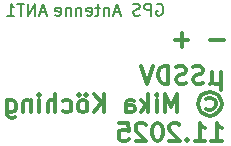
<source format=gbr>
%TF.GenerationSoftware,KiCad,Pcbnew,9.0.6*%
%TF.CreationDate,2025-12-01T19:29:45+01:00*%
%TF.ProjectId,_SSDV,b5535344-562e-46b6-9963-61645f706362,0.1*%
%TF.SameCoordinates,Original*%
%TF.FileFunction,Legend,Bot*%
%TF.FilePolarity,Positive*%
%FSLAX46Y46*%
G04 Gerber Fmt 4.6, Leading zero omitted, Abs format (unit mm)*
G04 Created by KiCad (PCBNEW 9.0.6) date 2025-12-01 19:29:45*
%MOMM*%
%LPD*%
G01*
G04 APERTURE LIST*
%ADD10C,0.300000*%
%ADD11C,0.150000*%
G04 APERTURE END LIST*
D10*
X98304510Y-47520600D02*
X99447368Y-47520600D01*
X98875939Y-46949171D02*
X98875939Y-48092028D01*
X101304510Y-47520600D02*
X102447368Y-47520600D01*
X102195489Y-50220996D02*
X102195489Y-51720996D01*
X101481203Y-51006710D02*
X101409774Y-51149568D01*
X101409774Y-51149568D02*
X101266917Y-51220996D01*
X102195489Y-51006710D02*
X102124060Y-51149568D01*
X102124060Y-51149568D02*
X101981203Y-51220996D01*
X101981203Y-51220996D02*
X101695489Y-51220996D01*
X101695489Y-51220996D02*
X101552632Y-51149568D01*
X101552632Y-51149568D02*
X101481203Y-51006710D01*
X101481203Y-51006710D02*
X101481203Y-50220996D01*
X100695488Y-51149568D02*
X100481203Y-51220996D01*
X100481203Y-51220996D02*
X100124060Y-51220996D01*
X100124060Y-51220996D02*
X99981203Y-51149568D01*
X99981203Y-51149568D02*
X99909774Y-51078139D01*
X99909774Y-51078139D02*
X99838345Y-50935282D01*
X99838345Y-50935282D02*
X99838345Y-50792425D01*
X99838345Y-50792425D02*
X99909774Y-50649568D01*
X99909774Y-50649568D02*
X99981203Y-50578139D01*
X99981203Y-50578139D02*
X100124060Y-50506710D01*
X100124060Y-50506710D02*
X100409774Y-50435282D01*
X100409774Y-50435282D02*
X100552631Y-50363853D01*
X100552631Y-50363853D02*
X100624060Y-50292425D01*
X100624060Y-50292425D02*
X100695488Y-50149568D01*
X100695488Y-50149568D02*
X100695488Y-50006710D01*
X100695488Y-50006710D02*
X100624060Y-49863853D01*
X100624060Y-49863853D02*
X100552631Y-49792425D01*
X100552631Y-49792425D02*
X100409774Y-49720996D01*
X100409774Y-49720996D02*
X100052631Y-49720996D01*
X100052631Y-49720996D02*
X99838345Y-49792425D01*
X99266917Y-51149568D02*
X99052632Y-51220996D01*
X99052632Y-51220996D02*
X98695489Y-51220996D01*
X98695489Y-51220996D02*
X98552632Y-51149568D01*
X98552632Y-51149568D02*
X98481203Y-51078139D01*
X98481203Y-51078139D02*
X98409774Y-50935282D01*
X98409774Y-50935282D02*
X98409774Y-50792425D01*
X98409774Y-50792425D02*
X98481203Y-50649568D01*
X98481203Y-50649568D02*
X98552632Y-50578139D01*
X98552632Y-50578139D02*
X98695489Y-50506710D01*
X98695489Y-50506710D02*
X98981203Y-50435282D01*
X98981203Y-50435282D02*
X99124060Y-50363853D01*
X99124060Y-50363853D02*
X99195489Y-50292425D01*
X99195489Y-50292425D02*
X99266917Y-50149568D01*
X99266917Y-50149568D02*
X99266917Y-50006710D01*
X99266917Y-50006710D02*
X99195489Y-49863853D01*
X99195489Y-49863853D02*
X99124060Y-49792425D01*
X99124060Y-49792425D02*
X98981203Y-49720996D01*
X98981203Y-49720996D02*
X98624060Y-49720996D01*
X98624060Y-49720996D02*
X98409774Y-49792425D01*
X97766918Y-51220996D02*
X97766918Y-49720996D01*
X97766918Y-49720996D02*
X97409775Y-49720996D01*
X97409775Y-49720996D02*
X97195489Y-49792425D01*
X97195489Y-49792425D02*
X97052632Y-49935282D01*
X97052632Y-49935282D02*
X96981203Y-50078139D01*
X96981203Y-50078139D02*
X96909775Y-50363853D01*
X96909775Y-50363853D02*
X96909775Y-50578139D01*
X96909775Y-50578139D02*
X96981203Y-50863853D01*
X96981203Y-50863853D02*
X97052632Y-51006710D01*
X97052632Y-51006710D02*
X97195489Y-51149568D01*
X97195489Y-51149568D02*
X97409775Y-51220996D01*
X97409775Y-51220996D02*
X97766918Y-51220996D01*
X96481203Y-49720996D02*
X95981203Y-51220996D01*
X95981203Y-51220996D02*
X95481203Y-49720996D01*
X100981203Y-52493055D02*
X101124060Y-52421626D01*
X101124060Y-52421626D02*
X101409774Y-52421626D01*
X101409774Y-52421626D02*
X101552632Y-52493055D01*
X101552632Y-52493055D02*
X101695489Y-52635912D01*
X101695489Y-52635912D02*
X101766917Y-52778769D01*
X101766917Y-52778769D02*
X101766917Y-53064484D01*
X101766917Y-53064484D02*
X101695489Y-53207341D01*
X101695489Y-53207341D02*
X101552632Y-53350198D01*
X101552632Y-53350198D02*
X101409774Y-53421626D01*
X101409774Y-53421626D02*
X101124060Y-53421626D01*
X101124060Y-53421626D02*
X100981203Y-53350198D01*
X101266917Y-51921626D02*
X101624060Y-51993055D01*
X101624060Y-51993055D02*
X101981203Y-52207341D01*
X101981203Y-52207341D02*
X102195489Y-52564484D01*
X102195489Y-52564484D02*
X102266917Y-52921626D01*
X102266917Y-52921626D02*
X102195489Y-53278769D01*
X102195489Y-53278769D02*
X101981203Y-53635912D01*
X101981203Y-53635912D02*
X101624060Y-53850198D01*
X101624060Y-53850198D02*
X101266917Y-53921626D01*
X101266917Y-53921626D02*
X100909774Y-53850198D01*
X100909774Y-53850198D02*
X100552632Y-53635912D01*
X100552632Y-53635912D02*
X100338346Y-53278769D01*
X100338346Y-53278769D02*
X100266917Y-52921626D01*
X100266917Y-52921626D02*
X100338346Y-52564484D01*
X100338346Y-52564484D02*
X100552632Y-52207341D01*
X100552632Y-52207341D02*
X100909774Y-51993055D01*
X100909774Y-51993055D02*
X101266917Y-51921626D01*
X98481203Y-53635912D02*
X98481203Y-52135912D01*
X98481203Y-52135912D02*
X97981203Y-53207341D01*
X97981203Y-53207341D02*
X97481203Y-52135912D01*
X97481203Y-52135912D02*
X97481203Y-53635912D01*
X96766917Y-53635912D02*
X96766917Y-52635912D01*
X96766917Y-52135912D02*
X96838345Y-52207341D01*
X96838345Y-52207341D02*
X96766917Y-52278769D01*
X96766917Y-52278769D02*
X96695488Y-52207341D01*
X96695488Y-52207341D02*
X96766917Y-52135912D01*
X96766917Y-52135912D02*
X96766917Y-52278769D01*
X96052631Y-53635912D02*
X96052631Y-52135912D01*
X95909774Y-53064484D02*
X95481202Y-53635912D01*
X95481202Y-52635912D02*
X96052631Y-53207341D01*
X94195488Y-53635912D02*
X94195488Y-52850198D01*
X94195488Y-52850198D02*
X94266916Y-52707341D01*
X94266916Y-52707341D02*
X94409773Y-52635912D01*
X94409773Y-52635912D02*
X94695488Y-52635912D01*
X94695488Y-52635912D02*
X94838345Y-52707341D01*
X94195488Y-53564484D02*
X94338345Y-53635912D01*
X94338345Y-53635912D02*
X94695488Y-53635912D01*
X94695488Y-53635912D02*
X94838345Y-53564484D01*
X94838345Y-53564484D02*
X94909773Y-53421626D01*
X94909773Y-53421626D02*
X94909773Y-53278769D01*
X94909773Y-53278769D02*
X94838345Y-53135912D01*
X94838345Y-53135912D02*
X94695488Y-53064484D01*
X94695488Y-53064484D02*
X94338345Y-53064484D01*
X94338345Y-53064484D02*
X94195488Y-52993055D01*
X92338345Y-53635912D02*
X92338345Y-52135912D01*
X91481202Y-53635912D02*
X92124059Y-52778769D01*
X91481202Y-52135912D02*
X92338345Y-52993055D01*
X90624059Y-53635912D02*
X90766916Y-53564484D01*
X90766916Y-53564484D02*
X90838345Y-53493055D01*
X90838345Y-53493055D02*
X90909773Y-53350198D01*
X90909773Y-53350198D02*
X90909773Y-52921626D01*
X90909773Y-52921626D02*
X90838345Y-52778769D01*
X90838345Y-52778769D02*
X90766916Y-52707341D01*
X90766916Y-52707341D02*
X90624059Y-52635912D01*
X90624059Y-52635912D02*
X90409773Y-52635912D01*
X90409773Y-52635912D02*
X90266916Y-52707341D01*
X90266916Y-52707341D02*
X90195488Y-52778769D01*
X90195488Y-52778769D02*
X90124059Y-52921626D01*
X90124059Y-52921626D02*
X90124059Y-53350198D01*
X90124059Y-53350198D02*
X90195488Y-53493055D01*
X90195488Y-53493055D02*
X90266916Y-53564484D01*
X90266916Y-53564484D02*
X90409773Y-53635912D01*
X90409773Y-53635912D02*
X90624059Y-53635912D01*
X90766916Y-52135912D02*
X90695488Y-52207341D01*
X90695488Y-52207341D02*
X90766916Y-52278769D01*
X90766916Y-52278769D02*
X90838345Y-52207341D01*
X90838345Y-52207341D02*
X90766916Y-52135912D01*
X90766916Y-52135912D02*
X90766916Y-52278769D01*
X90195488Y-52135912D02*
X90124059Y-52207341D01*
X90124059Y-52207341D02*
X90195488Y-52278769D01*
X90195488Y-52278769D02*
X90266916Y-52207341D01*
X90266916Y-52207341D02*
X90195488Y-52135912D01*
X90195488Y-52135912D02*
X90195488Y-52278769D01*
X88838345Y-53564484D02*
X88981202Y-53635912D01*
X88981202Y-53635912D02*
X89266916Y-53635912D01*
X89266916Y-53635912D02*
X89409773Y-53564484D01*
X89409773Y-53564484D02*
X89481202Y-53493055D01*
X89481202Y-53493055D02*
X89552630Y-53350198D01*
X89552630Y-53350198D02*
X89552630Y-52921626D01*
X89552630Y-52921626D02*
X89481202Y-52778769D01*
X89481202Y-52778769D02*
X89409773Y-52707341D01*
X89409773Y-52707341D02*
X89266916Y-52635912D01*
X89266916Y-52635912D02*
X88981202Y-52635912D01*
X88981202Y-52635912D02*
X88838345Y-52707341D01*
X88195488Y-53635912D02*
X88195488Y-52135912D01*
X87552631Y-53635912D02*
X87552631Y-52850198D01*
X87552631Y-52850198D02*
X87624059Y-52707341D01*
X87624059Y-52707341D02*
X87766916Y-52635912D01*
X87766916Y-52635912D02*
X87981202Y-52635912D01*
X87981202Y-52635912D02*
X88124059Y-52707341D01*
X88124059Y-52707341D02*
X88195488Y-52778769D01*
X86838345Y-53635912D02*
X86838345Y-52635912D01*
X86838345Y-52135912D02*
X86909773Y-52207341D01*
X86909773Y-52207341D02*
X86838345Y-52278769D01*
X86838345Y-52278769D02*
X86766916Y-52207341D01*
X86766916Y-52207341D02*
X86838345Y-52135912D01*
X86838345Y-52135912D02*
X86838345Y-52278769D01*
X86124059Y-52635912D02*
X86124059Y-53635912D01*
X86124059Y-52778769D02*
X86052630Y-52707341D01*
X86052630Y-52707341D02*
X85909773Y-52635912D01*
X85909773Y-52635912D02*
X85695487Y-52635912D01*
X85695487Y-52635912D02*
X85552630Y-52707341D01*
X85552630Y-52707341D02*
X85481202Y-52850198D01*
X85481202Y-52850198D02*
X85481202Y-53635912D01*
X84124059Y-52635912D02*
X84124059Y-53850198D01*
X84124059Y-53850198D02*
X84195487Y-53993055D01*
X84195487Y-53993055D02*
X84266916Y-54064484D01*
X84266916Y-54064484D02*
X84409773Y-54135912D01*
X84409773Y-54135912D02*
X84624059Y-54135912D01*
X84624059Y-54135912D02*
X84766916Y-54064484D01*
X84124059Y-53564484D02*
X84266916Y-53635912D01*
X84266916Y-53635912D02*
X84552630Y-53635912D01*
X84552630Y-53635912D02*
X84695487Y-53564484D01*
X84695487Y-53564484D02*
X84766916Y-53493055D01*
X84766916Y-53493055D02*
X84838344Y-53350198D01*
X84838344Y-53350198D02*
X84838344Y-52921626D01*
X84838344Y-52921626D02*
X84766916Y-52778769D01*
X84766916Y-52778769D02*
X84695487Y-52707341D01*
X84695487Y-52707341D02*
X84552630Y-52635912D01*
X84552630Y-52635912D02*
X84266916Y-52635912D01*
X84266916Y-52635912D02*
X84124059Y-52707341D01*
X101409774Y-56050828D02*
X102266917Y-56050828D01*
X101838346Y-56050828D02*
X101838346Y-54550828D01*
X101838346Y-54550828D02*
X101981203Y-54765114D01*
X101981203Y-54765114D02*
X102124060Y-54907971D01*
X102124060Y-54907971D02*
X102266917Y-54979400D01*
X99981203Y-56050828D02*
X100838346Y-56050828D01*
X100409775Y-56050828D02*
X100409775Y-54550828D01*
X100409775Y-54550828D02*
X100552632Y-54765114D01*
X100552632Y-54765114D02*
X100695489Y-54907971D01*
X100695489Y-54907971D02*
X100838346Y-54979400D01*
X99338347Y-55907971D02*
X99266918Y-55979400D01*
X99266918Y-55979400D02*
X99338347Y-56050828D01*
X99338347Y-56050828D02*
X99409775Y-55979400D01*
X99409775Y-55979400D02*
X99338347Y-55907971D01*
X99338347Y-55907971D02*
X99338347Y-56050828D01*
X98695489Y-54693685D02*
X98624061Y-54622257D01*
X98624061Y-54622257D02*
X98481204Y-54550828D01*
X98481204Y-54550828D02*
X98124061Y-54550828D01*
X98124061Y-54550828D02*
X97981204Y-54622257D01*
X97981204Y-54622257D02*
X97909775Y-54693685D01*
X97909775Y-54693685D02*
X97838346Y-54836542D01*
X97838346Y-54836542D02*
X97838346Y-54979400D01*
X97838346Y-54979400D02*
X97909775Y-55193685D01*
X97909775Y-55193685D02*
X98766918Y-56050828D01*
X98766918Y-56050828D02*
X97838346Y-56050828D01*
X96909775Y-54550828D02*
X96766918Y-54550828D01*
X96766918Y-54550828D02*
X96624061Y-54622257D01*
X96624061Y-54622257D02*
X96552633Y-54693685D01*
X96552633Y-54693685D02*
X96481204Y-54836542D01*
X96481204Y-54836542D02*
X96409775Y-55122257D01*
X96409775Y-55122257D02*
X96409775Y-55479400D01*
X96409775Y-55479400D02*
X96481204Y-55765114D01*
X96481204Y-55765114D02*
X96552633Y-55907971D01*
X96552633Y-55907971D02*
X96624061Y-55979400D01*
X96624061Y-55979400D02*
X96766918Y-56050828D01*
X96766918Y-56050828D02*
X96909775Y-56050828D01*
X96909775Y-56050828D02*
X97052633Y-55979400D01*
X97052633Y-55979400D02*
X97124061Y-55907971D01*
X97124061Y-55907971D02*
X97195490Y-55765114D01*
X97195490Y-55765114D02*
X97266918Y-55479400D01*
X97266918Y-55479400D02*
X97266918Y-55122257D01*
X97266918Y-55122257D02*
X97195490Y-54836542D01*
X97195490Y-54836542D02*
X97124061Y-54693685D01*
X97124061Y-54693685D02*
X97052633Y-54622257D01*
X97052633Y-54622257D02*
X96909775Y-54550828D01*
X95838347Y-54693685D02*
X95766919Y-54622257D01*
X95766919Y-54622257D02*
X95624062Y-54550828D01*
X95624062Y-54550828D02*
X95266919Y-54550828D01*
X95266919Y-54550828D02*
X95124062Y-54622257D01*
X95124062Y-54622257D02*
X95052633Y-54693685D01*
X95052633Y-54693685D02*
X94981204Y-54836542D01*
X94981204Y-54836542D02*
X94981204Y-54979400D01*
X94981204Y-54979400D02*
X95052633Y-55193685D01*
X95052633Y-55193685D02*
X95909776Y-56050828D01*
X95909776Y-56050828D02*
X94981204Y-56050828D01*
X93624062Y-54550828D02*
X94338348Y-54550828D01*
X94338348Y-54550828D02*
X94409776Y-55265114D01*
X94409776Y-55265114D02*
X94338348Y-55193685D01*
X94338348Y-55193685D02*
X94195491Y-55122257D01*
X94195491Y-55122257D02*
X93838348Y-55122257D01*
X93838348Y-55122257D02*
X93695491Y-55193685D01*
X93695491Y-55193685D02*
X93624062Y-55265114D01*
X93624062Y-55265114D02*
X93552633Y-55407971D01*
X93552633Y-55407971D02*
X93552633Y-55765114D01*
X93552633Y-55765114D02*
X93624062Y-55907971D01*
X93624062Y-55907971D02*
X93695491Y-55979400D01*
X93695491Y-55979400D02*
X93838348Y-56050828D01*
X93838348Y-56050828D02*
X94195491Y-56050828D01*
X94195491Y-56050828D02*
X94338348Y-55979400D01*
X94338348Y-55979400D02*
X94409776Y-55907971D01*
D11*
X87369047Y-45169104D02*
X86892857Y-45169104D01*
X87464285Y-45454819D02*
X87130952Y-44454819D01*
X87130952Y-44454819D02*
X86797619Y-45454819D01*
X86464285Y-45454819D02*
X86464285Y-44454819D01*
X86464285Y-44454819D02*
X85892857Y-45454819D01*
X85892857Y-45454819D02*
X85892857Y-44454819D01*
X85559523Y-44454819D02*
X84988095Y-44454819D01*
X85273809Y-45454819D02*
X85273809Y-44454819D01*
X84130952Y-45454819D02*
X84702380Y-45454819D01*
X84416666Y-45454819D02*
X84416666Y-44454819D01*
X84416666Y-44454819D02*
X84511904Y-44597676D01*
X84511904Y-44597676D02*
X84607142Y-44692914D01*
X84607142Y-44692914D02*
X84702380Y-44740533D01*
X96773810Y-44502438D02*
X96869048Y-44454819D01*
X96869048Y-44454819D02*
X97011905Y-44454819D01*
X97011905Y-44454819D02*
X97154762Y-44502438D01*
X97154762Y-44502438D02*
X97250000Y-44597676D01*
X97250000Y-44597676D02*
X97297619Y-44692914D01*
X97297619Y-44692914D02*
X97345238Y-44883390D01*
X97345238Y-44883390D02*
X97345238Y-45026247D01*
X97345238Y-45026247D02*
X97297619Y-45216723D01*
X97297619Y-45216723D02*
X97250000Y-45311961D01*
X97250000Y-45311961D02*
X97154762Y-45407200D01*
X97154762Y-45407200D02*
X97011905Y-45454819D01*
X97011905Y-45454819D02*
X96916667Y-45454819D01*
X96916667Y-45454819D02*
X96773810Y-45407200D01*
X96773810Y-45407200D02*
X96726191Y-45359580D01*
X96726191Y-45359580D02*
X96726191Y-45026247D01*
X96726191Y-45026247D02*
X96916667Y-45026247D01*
X96297619Y-45454819D02*
X96297619Y-44454819D01*
X96297619Y-44454819D02*
X95916667Y-44454819D01*
X95916667Y-44454819D02*
X95821429Y-44502438D01*
X95821429Y-44502438D02*
X95773810Y-44550057D01*
X95773810Y-44550057D02*
X95726191Y-44645295D01*
X95726191Y-44645295D02*
X95726191Y-44788152D01*
X95726191Y-44788152D02*
X95773810Y-44883390D01*
X95773810Y-44883390D02*
X95821429Y-44931009D01*
X95821429Y-44931009D02*
X95916667Y-44978628D01*
X95916667Y-44978628D02*
X96297619Y-44978628D01*
X95345238Y-45407200D02*
X95202381Y-45454819D01*
X95202381Y-45454819D02*
X94964286Y-45454819D01*
X94964286Y-45454819D02*
X94869048Y-45407200D01*
X94869048Y-45407200D02*
X94821429Y-45359580D01*
X94821429Y-45359580D02*
X94773810Y-45264342D01*
X94773810Y-45264342D02*
X94773810Y-45169104D01*
X94773810Y-45169104D02*
X94821429Y-45073866D01*
X94821429Y-45073866D02*
X94869048Y-45026247D01*
X94869048Y-45026247D02*
X94964286Y-44978628D01*
X94964286Y-44978628D02*
X95154762Y-44931009D01*
X95154762Y-44931009D02*
X95250000Y-44883390D01*
X95250000Y-44883390D02*
X95297619Y-44835771D01*
X95297619Y-44835771D02*
X95345238Y-44740533D01*
X95345238Y-44740533D02*
X95345238Y-44645295D01*
X95345238Y-44645295D02*
X95297619Y-44550057D01*
X95297619Y-44550057D02*
X95250000Y-44502438D01*
X95250000Y-44502438D02*
X95154762Y-44454819D01*
X95154762Y-44454819D02*
X94916667Y-44454819D01*
X94916667Y-44454819D02*
X94773810Y-44502438D01*
X93630952Y-45169104D02*
X93154762Y-45169104D01*
X93726190Y-45454819D02*
X93392857Y-44454819D01*
X93392857Y-44454819D02*
X93059524Y-45454819D01*
X92726190Y-44788152D02*
X92726190Y-45454819D01*
X92726190Y-44883390D02*
X92678571Y-44835771D01*
X92678571Y-44835771D02*
X92583333Y-44788152D01*
X92583333Y-44788152D02*
X92440476Y-44788152D01*
X92440476Y-44788152D02*
X92345238Y-44835771D01*
X92345238Y-44835771D02*
X92297619Y-44931009D01*
X92297619Y-44931009D02*
X92297619Y-45454819D01*
X91964285Y-44788152D02*
X91583333Y-44788152D01*
X91821428Y-44454819D02*
X91821428Y-45311961D01*
X91821428Y-45311961D02*
X91773809Y-45407200D01*
X91773809Y-45407200D02*
X91678571Y-45454819D01*
X91678571Y-45454819D02*
X91583333Y-45454819D01*
X90869047Y-45407200D02*
X90964285Y-45454819D01*
X90964285Y-45454819D02*
X91154761Y-45454819D01*
X91154761Y-45454819D02*
X91249999Y-45407200D01*
X91249999Y-45407200D02*
X91297618Y-45311961D01*
X91297618Y-45311961D02*
X91297618Y-44931009D01*
X91297618Y-44931009D02*
X91249999Y-44835771D01*
X91249999Y-44835771D02*
X91154761Y-44788152D01*
X91154761Y-44788152D02*
X90964285Y-44788152D01*
X90964285Y-44788152D02*
X90869047Y-44835771D01*
X90869047Y-44835771D02*
X90821428Y-44931009D01*
X90821428Y-44931009D02*
X90821428Y-45026247D01*
X90821428Y-45026247D02*
X91297618Y-45121485D01*
X90392856Y-44788152D02*
X90392856Y-45454819D01*
X90392856Y-44883390D02*
X90345237Y-44835771D01*
X90345237Y-44835771D02*
X90249999Y-44788152D01*
X90249999Y-44788152D02*
X90107142Y-44788152D01*
X90107142Y-44788152D02*
X90011904Y-44835771D01*
X90011904Y-44835771D02*
X89964285Y-44931009D01*
X89964285Y-44931009D02*
X89964285Y-45454819D01*
X89488094Y-44788152D02*
X89488094Y-45454819D01*
X89488094Y-44883390D02*
X89440475Y-44835771D01*
X89440475Y-44835771D02*
X89345237Y-44788152D01*
X89345237Y-44788152D02*
X89202380Y-44788152D01*
X89202380Y-44788152D02*
X89107142Y-44835771D01*
X89107142Y-44835771D02*
X89059523Y-44931009D01*
X89059523Y-44931009D02*
X89059523Y-45454819D01*
X88202380Y-45407200D02*
X88297618Y-45454819D01*
X88297618Y-45454819D02*
X88488094Y-45454819D01*
X88488094Y-45454819D02*
X88583332Y-45407200D01*
X88583332Y-45407200D02*
X88630951Y-45311961D01*
X88630951Y-45311961D02*
X88630951Y-44931009D01*
X88630951Y-44931009D02*
X88583332Y-44835771D01*
X88583332Y-44835771D02*
X88488094Y-44788152D01*
X88488094Y-44788152D02*
X88297618Y-44788152D01*
X88297618Y-44788152D02*
X88202380Y-44835771D01*
X88202380Y-44835771D02*
X88154761Y-44931009D01*
X88154761Y-44931009D02*
X88154761Y-45026247D01*
X88154761Y-45026247D02*
X88630951Y-45121485D01*
M02*

</source>
